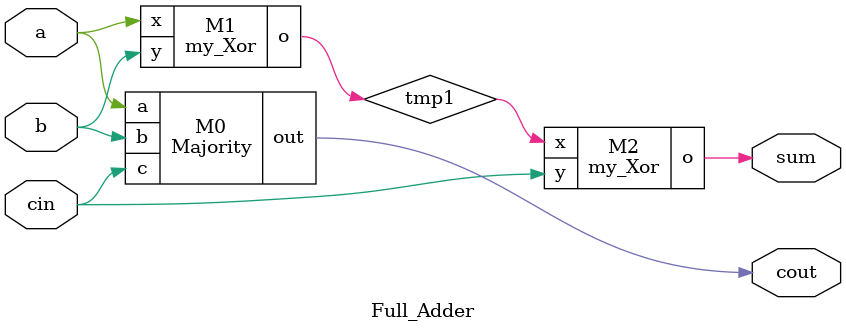
<source format=v>
`timescale 1ns/1ps

module my_And(o, x, y);
    input x, y;
    output o;

    wire tmp1;

    nand a0(tmp1, x, y);
    nand a1(o, tmp1, tmp1);

endmodule

module my_Or(o, x, y);
    input x, y;
    output o;

    wire tmp1, tmp2;

    nand o0(tmp1, x, x);
    nand o1(tmp2, y, y);
    nand o2(o, tmp1, tmp2);

endmodule

module my_Xor(o, x, y);
    input x, y;
    output o;

    wire tmp1_Xor, tmp2_Xor, tmp3_Xor;

    nand x0(tmp1_Xor, x, y);
    nand x1(tmp2_Xor, x, tmp1_Xor);
    nand x3(tmp3_Xor, y, tmp1_Xor);
    nand x4(o, tmp2_Xor, tmp3_Xor);

endmodule

module Majority(a, b, c, out);
    input a, b, c;
    output out;

    wire tmp1, tmp2, tmp3, tmp4;

    my_And k0(tmp1, a, b);
    my_And k1(tmp2, a, c);
    my_And k2(tmp3, b, c);
    my_Or k3(tmp4, tmp1, tmp2);
    my_Or k4(out, tmp3, tmp4);

endmodule

module Half_Adder (a, b, cout, sum);
    input a, b;
    output cout, sum;

    wire tmp1, tmp2, tmp3;

    nand x0(tmp1, a, b);
    nand x1(tmp2, a, tmp1);
    nand x3(tmp3, b, tmp1);
    nand x4(sum, tmp2, tmp3);
    nand x6(cout, tmp1, tmp1);


endmodule

module Full_Adder (a, b, cin, cout, sum);
    input a, b, cin;
    output cout, sum;

    wire tmp1;

    Majority M0(a, b, cin, cout);
    my_Xor M1(tmp1, a, b);
    my_Xor M2(sum, tmp1, cin);

endmodule

</source>
